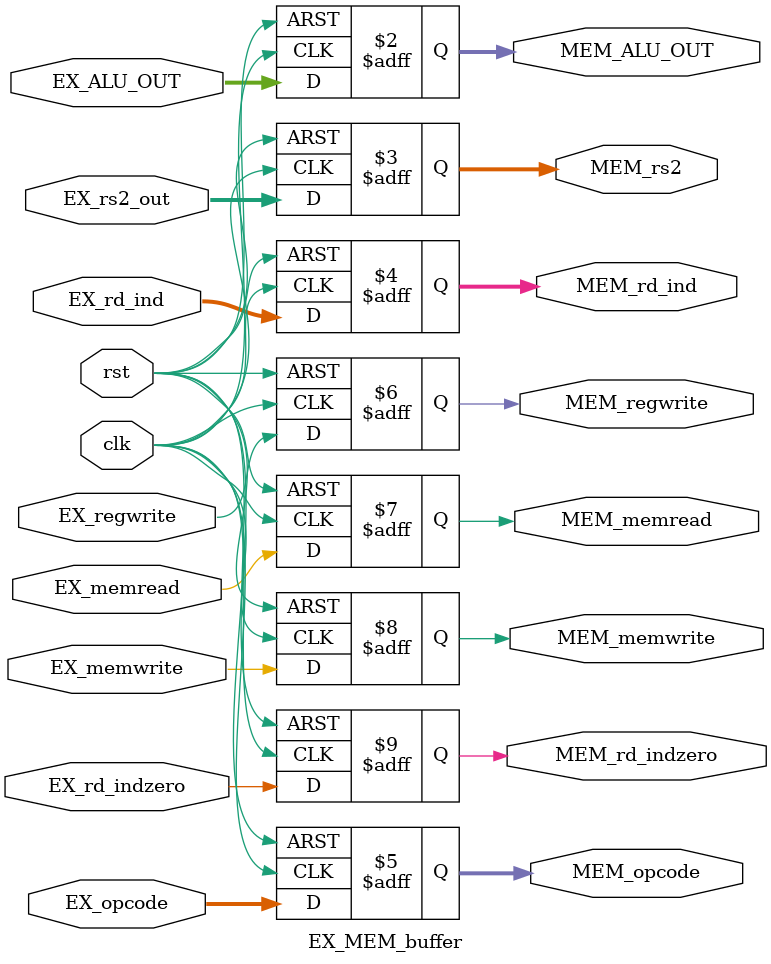
<source format=v>

module EX_MEM_buffer
(
	clk, rst,
	EX_ALU_OUT, EX_rs2_out, EX_rd_indzero, EX_rd_ind, EX_opcode, EX_regwrite, EX_memread, EX_memwrite,
	MEM_ALU_OUT, MEM_rs2, MEM_rd_indzero, MEM_rd_ind, MEM_opcode, MEM_regwrite, MEM_memread, MEM_memwrite
);					 
	
	input [31:0] EX_ALU_OUT, EX_rs2_out;
	input [4:0]  EX_rd_ind;
	input [11:0] EX_opcode;
	input EX_regwrite, EX_memread, EX_memwrite, clk, rst, EX_rd_indzero;
	
	
	output reg [31:0] MEM_ALU_OUT, MEM_rs2;
	output reg [4:0]  MEM_rd_ind;
	output reg [11:0] MEM_opcode;
	output reg MEM_regwrite, MEM_memread, MEM_memwrite, MEM_rd_indzero;
	
	
	
	always@(posedge clk, posedge rst) begin
		
	if (rst) begin
		{MEM_ALU_OUT, MEM_rs2, MEM_rd_ind, MEM_opcode, MEM_memread, MEM_memwrite, MEM_regwrite, MEM_rd_indzero} <= 0;
	end
	else begin
			
		MEM_ALU_OUT <= EX_ALU_OUT;
		MEM_rs2 <= EX_rs2_out;
		MEM_rd_ind <= EX_rd_ind;
		MEM_opcode <= EX_opcode;
		MEM_memread <= EX_memread;
		MEM_memwrite <= EX_memwrite;
		MEM_regwrite <= EX_regwrite;
		MEM_rd_indzero <= EX_rd_indzero;
			
	end
end
	
endmodule
</source>
